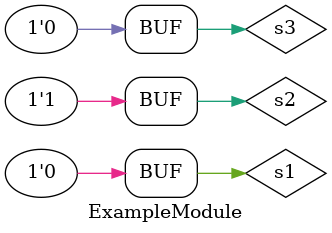
<source format=v>
module ExampleModule;
  reg s1; 
  reg s2; 
  reg s3;  
  

  initial begin
    s1 = 0;
    s2 = s1 + 1;
    s3 = s2 * 2;
  end

  always @(posedge clk) begin
    s4 = s1 + s2;  
    s5 = 1;        
    s6 = s4 * s5;  
    
   end

  

endmodule

</source>
